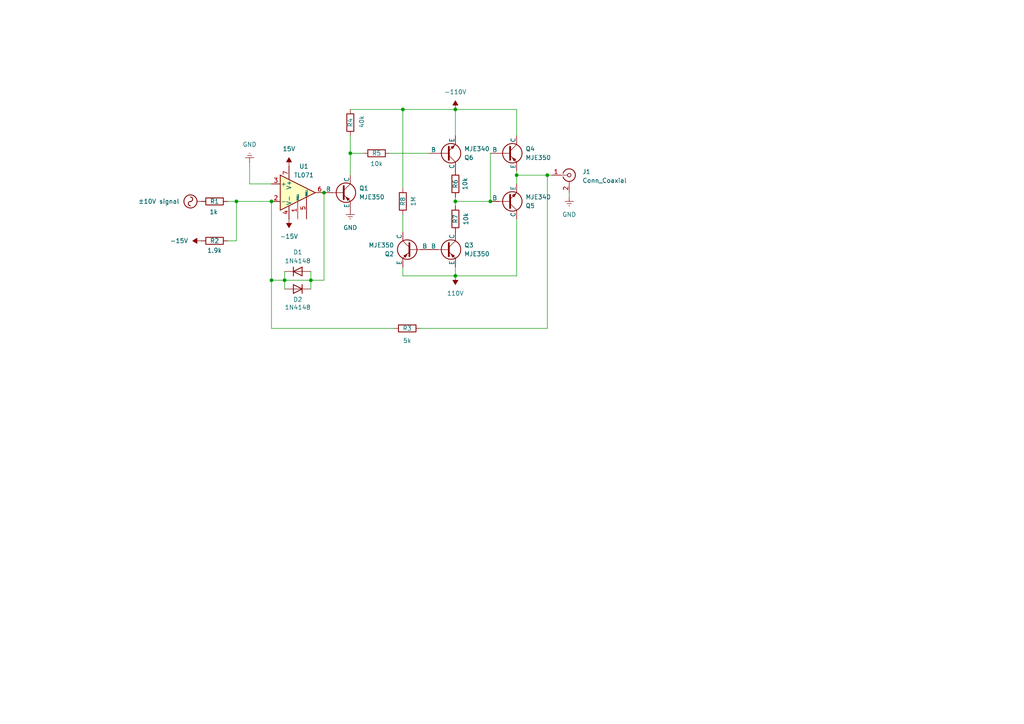
<source format=kicad_sch>
(kicad_sch (version 20231120) (generator "eeschema") (generator_version "8.0")
  (paper "A4")
  (lib_symbols
    (symbol "Amplifier_Operational:TL071" (pin_names (offset 0.127))
      (property "Reference" "U" (at 0 6.35 0))
      (property "Value" "TL071" (at 0 3.81 0))
      (symbol "TL071_0_1"
        (polyline (pts (xy -5.08 5.08) (xy 5.08 0) (xy -5.08 -5.08) (xy -5.08 5.08)) (stroke (width 0.254)) (fill (type background)))
      )
      (symbol "TL071_1_1"
        (pin input line (at 0 -7.62 90) (length 5.08) (name "NULL") (number "1"))
        (pin input line (at -7.62 -2.54 0) (length 2.54) (name "-") (number "2"))
        (pin input line (at -7.62 2.54 0) (length 2.54) (name "+") (number "3"))
        (pin power_in line (at -2.54 -7.62 90) (length 3.81) (name "V-") (number "4"))
        (pin input line (at 2.54 -7.62 90) (length 6.35) (name "NULL") (number "5"))
        (pin output line (at 7.62 0 180) (length 2.54) (name "~") (number "6"))
        (pin power_in line (at -2.54 7.62 270) (length 3.81) (name "V+") (number "7"))
        (pin no_connect line (at 0 2.54 270) (length 2.54) hide (name "NC") (number "8"))
      )
    )
    (symbol "Connector:Conn_Coaxial" (pin_names (offset 1.016) hide)
      (property "Reference" "J" (at 0.254 3.048 0))
      (property "Value" "Conn_Coaxial" (at 2.921 0 90))
      (symbol "Conn_Coaxial_0_1"
        (arc (start -1.778 -0.508) (mid 0.2311 -1.8066) (end 1.778 0) (stroke (width 0.254)))
        (polyline (pts (xy -2.54 0) (xy -0.508 0)))
        (polyline (pts (xy 0 -2.54) (xy 0 -1.778)))
        (circle (center 0 0) (radius 0.508) (stroke (width 0.2032)))
        (arc (start 1.778 0) (mid 0.2099 1.8101) (end -1.778 0.508) (stroke (width 0.254)))
      )
      (symbol "Conn_Coaxial_1_1"
        (pin passive line (at -5.08 0 0) (length 2.54) (name "In") (number "1"))
        (pin passive line (at 0 -5.08 90) (length 2.54) (name "Ext") (number "2"))
      )
    )
    (symbol "Device:R" (pin_numbers hide) (pin_names (offset 0))
      (property "Reference" "R" (at 2.032 0 90))
      (property "Value" "R" (at 0 0 90))
      (symbol "R_0_1"
        (rectangle (start -1.016 -2.54) (end 1.016 2.54) (stroke (width 0.254)))
      )
      (symbol "R_1_1"
        (pin passive line (at 0 3.81 270) (length 1.27) (name "~") (number "1"))
        (pin passive line (at 0 -3.81 90) (length 1.27) (name "~") (number "2"))
      )
    )
    (symbol "Diode:1N4148" (pin_numbers hide) (pin_names hide)
      (property "Reference" "D" (at 0 2.54 0))
      (property "Value" "1N4148" (at 0 -2.54 0))
      (symbol "1N4148_0_1"
        (polyline (pts (xy -1.27 1.27) (xy -1.27 -1.27)) (stroke (width 0.254)))
        (polyline (pts (xy 1.27 0) (xy -1.27 0)))
        (polyline (pts (xy 1.27 1.27) (xy 1.27 -1.27) (xy -1.27 0) (xy 1.27 1.27)) (stroke (width 0.254)))
      )
      (symbol "1N4148_1_1"
        (pin passive line (at -3.81 0 0) (length 2.54) (name "K") (number "1"))
        (pin passive line (at 3.81 0 180) (length 2.54) (name "A") (number "2"))
      )
    )
    (symbol "Simulation_SPICE:NPN" (pin_numbers hide) (pin_names (offset 0))
      (property "Reference" "Q" (at -2.54 7.62 0))
      (property "Value" "NPN" (at -2.54 5.08 0))
      (symbol "NPN_0_1"
        (polyline (pts (xy -2.54 0) (xy 0.635 0)) (stroke (width 0.1524)))
        (polyline (pts (xy 0.635 0.635) (xy 2.54 2.54)))
        (polyline (pts (xy 2.794 -1.27) (xy 2.794 -1.27)) (stroke (width 0.1524)))
        (polyline (pts (xy 2.794 -1.27) (xy 2.794 -1.27)) (stroke (width 0.1524)))
        (polyline (pts (xy 0.635 -0.635) (xy 2.54 -2.54) (xy 2.54 -2.54)))
        (polyline (pts (xy 0.635 1.905) (xy 0.635 -1.905) (xy 0.635 -1.905)) (stroke (width 0.508)))
        (polyline (pts (xy 1.27 -1.778) (xy 1.778 -1.27) (xy 2.286 -2.286) (xy 1.27 -1.778) (xy 1.27 -1.778)) (fill (type outline)))
        (circle (center 1.27 0) (radius 2.8194) (stroke (width 0.254)))
      )
      (symbol "NPN_1_1"
        (pin open_collector line (at 2.54 5.08 270) (length 2.54) (name "C") (number "1"))
        (pin input line (at -5.08 0 0) (length 2.54) (name "B") (number "2"))
        (pin open_emitter line (at 2.54 -5.08 90) (length 2.54) (name "E") (number "3"))
      )
    )
    (symbol "Simulation_SPICE:PNP" (pin_numbers hide) (pin_names (offset 0))
      (property "Reference" "Q" (at -2.54 7.62 0))
      (property "Value" "PNP" (at -2.54 5.08 0))
      (symbol "PNP_0_1"
        (polyline (pts (xy -2.54 0) (xy 0.635 0)) (stroke (width 0.1524)))
        (polyline (pts (xy 0.635 0.635) (xy 2.54 2.54)))
        (polyline (pts (xy 0.635 -0.635) (xy 2.54 -2.54) (xy 2.54 -2.54)))
        (polyline (pts (xy 0.635 1.905) (xy 0.635 -1.905) (xy 0.635 -1.905)) (stroke (width 0.508)))
        (polyline (pts (xy 2.286 -1.778) (xy 1.778 -2.286) (xy 1.27 -1.27) (xy 2.286 -1.778) (xy 2.286 -1.778)) (fill (type outline)))
        (circle (center 1.27 0) (radius 2.8194) (stroke (width 0.254)))
      )
      (symbol "PNP_1_1"
        (pin open_collector line (at 2.54 5.08 270) (length 2.54) (name "C") (number "1"))
        (pin input line (at -5.08 0 0) (length 2.54) (name "B") (number "2"))
        (pin open_emitter line (at 2.54 -5.08 90) (length 2.54) (name "E") (number "3"))
      )
    )
    (symbol "power:-10V" (power) (pin_numbers hide) (pin_names (offset 0) hide)
      (property "Value" "-10V" (at 0 3.556 0))
      (symbol "-10V_0_0"
        (pin power_in line (at 0 0 90) (length 0) (name "~") (number "1"))
      )
      (symbol "-10V_0_1"
        (polyline (pts (xy 0 0) (xy 0 1.27) (xy 0.762 1.27) (xy 0 2.54) (xy -0.762 1.27) (xy 0 1.27)) (fill (type outline)))
      )
    )
    (symbol "power:-15V" (power) (pin_numbers hide) (pin_names (offset 0) hide)
      (property "Value" "-15V" (at 0 3.556 0))
      (symbol "-15V_0_0"
        (pin power_in line (at 0 0 90) (length 0) (name "~") (number "1"))
      )
      (symbol "-15V_0_1"
        (polyline (pts (xy 0 0) (xy 0 1.27) (xy 0.762 1.27) (xy 0 2.54) (xy -0.762 1.27) (xy 0 1.27)) (fill (type outline)))
      )
    )
    (symbol "power:AC" (power) (pin_numbers hide) (pin_names (offset 0) hide)
      (property "Value" "AC" (at 0 6.35 0))
      (symbol "AC_0_1"
        (polyline (pts (xy 0 0) (xy 0 1.27)))
        (arc (start 0 3.175) (mid -0.635 3.8073) (end -1.27 3.175) (stroke (width 0.254)))
        (arc (start 0 3.175) (mid 0.635 2.5427) (end 1.27 3.175) (stroke (width 0.254)))
        (circle (center 0 3.175) (radius 1.905) (stroke (width 0.254)))
      )
      (symbol "AC_1_1"
        (pin power_in line (at 0 0 90) (length 0) (name "~") (number "1"))
      )
    )
    (symbol "power:Earth" (power) (pin_numbers hide) (pin_names (offset 0) hide)
      (property "Value" "Earth" (at 0 -3.81 0))
      (symbol "Earth_0_1"
        (polyline (pts (xy -0.635 -1.905) (xy 0.635 -1.905)))
        (polyline (pts (xy -0.127 -2.54) (xy 0.127 -2.54)))
        (polyline (pts (xy 0 -1.27) (xy 0 0)))
        (polyline (pts (xy 1.27 -1.27) (xy -1.27 -1.27)))
      )
      (symbol "Earth_1_1"
        (pin power_in line (at 0 0 270) (length 0) (name "~") (number "1"))
      )
    )
  )
  (junction (at 132.08 58.42))
  (junction (at 90.17 81.28))
  (junction (at 158.75 50.8))
  (junction (at 78.74 58.42))
  (junction (at 78.74 81.28))
  (junction (at 82.55 81.28))
  (junction (at 68.58 58.42))
  (junction (at 132.08 80.01))
  (junction (at 101.6 44.45))
  (junction (at 116.84 31.75))
  (junction (at 132.08 31.75))
  (junction (at 149.86 50.8))
  (junction (at 93.98 55.88))
  (junction (at 142.24 58.42))
  (wire (pts (xy 132.08 57.15) (xy 132.08 58.42)))
  (wire (pts (xy 132.08 58.42) (xy 142.24 58.42)))
  (wire (pts (xy 66.04 69.85) (xy 68.58 69.85)))
  (wire (pts (xy 158.75 50.8) (xy 158.75 95.25)))
  (wire (pts (xy 158.75 95.25) (xy 121.92 95.25)))
  (wire (pts (xy 116.84 31.75) (xy 132.08 31.75)))
  (wire (pts (xy 93.98 55.88) (xy 93.98 81.28)))
  (wire (pts (xy 149.86 31.75) (xy 149.86 39.37)))
  (wire (pts (xy 101.6 44.45) (xy 105.41 44.45)))
  (wire (pts (xy 78.74 95.25) (xy 114.3 95.25)))
  (wire (pts (xy 78.74 58.42) (xy 78.74 81.28)))
  (wire (pts (xy 93.98 81.28) (xy 90.17 81.28)))
  (wire (pts (xy 132.08 77.47) (xy 132.08 80.01)))
  (wire (pts (xy 82.55 81.28) (xy 82.55 83.82)))
  (wire (pts (xy 142.24 44.45) (xy 142.24 58.42)))
  (wire (pts (xy 149.86 63.5) (xy 149.86 80.01)))
  (wire (pts (xy 90.17 81.28) (xy 90.17 83.82)))
  (wire (pts (xy 78.74 81.28) (xy 78.74 95.25)))
  (wire (pts (xy 82.55 78.74) (xy 82.55 81.28)))
  (wire (pts (xy 68.58 58.42) (xy 78.74 58.42)))
  (wire (pts (xy 113.03 44.45) (xy 124.46 44.45)))
  (wire (pts (xy 72.39 53.34) (xy 78.74 53.34)))
  (wire (pts (xy 116.84 80.01) (xy 132.08 80.01)))
  (wire (pts (xy 158.75 50.8) (xy 160.02 50.8)))
  (wire (pts (xy 165.1 55.88) (xy 165.1 57.15)))
  (wire (pts (xy 116.84 62.23) (xy 116.84 67.31)))
  (wire (pts (xy 101.6 39.37) (xy 101.6 44.45)))
  (wire (pts (xy 72.39 46.99) (xy 72.39 53.34)))
  (wire (pts (xy 132.08 31.75) (xy 149.86 31.75)))
  (wire (pts (xy 116.84 77.47) (xy 116.84 80.01)))
  (wire (pts (xy 132.08 58.42) (xy 132.08 59.69)))
  (wire (pts (xy 132.08 80.01) (xy 149.86 80.01)))
  (wire (pts (xy 101.6 44.45) (xy 101.6 50.8)))
  (wire (pts (xy 90.17 81.28) (xy 82.55 81.28)))
  (wire (pts (xy 132.08 31.75) (xy 132.08 39.37)))
  (wire (pts (xy 66.04 58.42) (xy 68.58 58.42)))
  (wire (pts (xy 116.84 31.75) (xy 116.84 54.61)))
  (wire (pts (xy 101.6 31.75) (xy 116.84 31.75)))
  (wire (pts (xy 149.86 50.8) (xy 158.75 50.8)))
  (wire (pts (xy 90.17 78.74) (xy 90.17 81.28)))
  (wire (pts (xy 78.74 81.28) (xy 82.55 81.28)))
  (wire (pts (xy 68.58 58.42) (xy 68.58 69.85)))
  (wire (pts (xy 149.86 49.53) (xy 149.86 50.8)))
  (wire (pts (xy 149.86 50.8) (xy 149.86 53.34)))
  (symbol (lib_id "Device:R") (at 116.84 58.42 0) (unit 1)
    (property "Reference" "R8" (at 116.84 58.42 90))
    (property "Value" "1M" (at 119.888 58.42 90))
    (property "Description" "Resistor" (effects (hide yes)))
  )
  (symbol (lib_id "power:-15V") (at 83.82 63.5 180) (unit 1)
    (property "Reference" "#PWR04" (effects (hide yes)))
    (property "Value" "-15V" (at 83.82 68.58 0))
    (property "Description" "Power symbol creates a global label with name \"-15V\"" (effects (hide yes)))
  )
  (symbol (lib_id "Simulation_SPICE:NPN") (at 129.54 44.45 0) (mirror x) (unit 1)
    (property "Reference" "Q6" (at 134.62 45.7201 0) (effects (justify left)))
    (property "Value" "MJE340" (at 134.62 43.1801 0) (effects (justify left)))
    (property "Datasheet" "https://ngspice.sourceforge.io/docs/ngspice-html-manual/manual.xhtml#cha_BJTs" (effects (hide yes)))
    (property "Description" "Bipolar transistor symbol for simulation only, substrate tied to the emitter" (effects (hide yes)))
    (property "Sim.Device" "NPN" (effects (hide yes)))
    (property "Sim.Type" "GUMMELPOON" (effects (hide yes)))
    (property "Sim.Pins" "1=C 2=B 3=E" (effects (hide yes)))
  )
  (symbol (lib_id "Device:R") (at 62.23 58.42 90) (unit 1)
    (property "Reference" "R1" (at 62.23 58.42 90))
    (property "Value" "1k" (at 61.976 61.468 90))
    (property "Description" "Resistor" (effects (hide yes)))
  )
  (symbol (lib_id "power:-15V") (at 58.42 69.85 90) (unit 1)
    (property "Reference" "#PWR03" (effects (hide yes)))
    (property "Value" "-15V" (at 54.61 69.8499 90) (effects (justify left)))
    (property "Description" "Power symbol creates a global label with name \"-15V\"" (effects (hide yes)))
  )
  (symbol (lib_id "Diode:1N4148") (at 86.36 78.74 0) (unit 1)
    (property "Reference" "D1" (at 86.36 73.152 0))
    (property "Value" "1N4148" (at 86.36 75.692 0))
    (property "Footprint" "Diode_THT:D_DO-35_SOD27_P7.62mm_Horizontal" (effects (hide yes)))
    (property "Datasheet" "https://assets.nexperia.com/documents/data-sheet/1N4148_1N4448.pdf" (effects (hide yes)))
    (property "Description" "100V 0.15A standard switching diode, DO-35" (effects (hide yes)))
    (property "Sim.Device" "D" (effects (hide yes)))
    (property "Sim.Pins" "1=K 2=A" (effects (hide yes)))
  )
  (symbol (lib_id "Simulation_SPICE:NPN") (at 147.32 58.42 0) (mirror x) (unit 1)
    (property "Reference" "Q5" (at 152.4 59.6901 0) (effects (justify left)))
    (property "Value" "MJE340" (at 152.4 57.1501 0) (effects (justify left)))
    (property "Datasheet" "https://ngspice.sourceforge.io/docs/ngspice-html-manual/manual.xhtml#cha_BJTs" (effects (hide yes)))
    (property "Description" "Bipolar transistor symbol for simulation only, substrate tied to the emitter" (effects (hide yes)))
    (property "Sim.Device" "NPN" (effects (hide yes)))
    (property "Sim.Type" "GUMMELPOON" (effects (hide yes)))
    (property "Sim.Pins" "1=C 2=B 3=E" (effects (hide yes)))
  )
  (symbol (lib_id "power:Earth") (at 101.6 60.96 0) (unit 1)
    (property "Reference" "#PWR07" (effects (hide yes)))
    (property "Value" "GND" (at 101.6 66.04 0))
    (property "Description" "Power symbol creates a global label with name \"Earth\"" (effects (hide yes)))
  )
  (symbol (lib_id "Device:R") (at 62.23 69.85 270) (unit 1)
    (property "Reference" "R2" (at 62.23 69.85 90))
    (property "Value" "1.9k" (at 62.23 72.644 90))
    (property "Description" "Resistor" (effects (hide yes)))
  )
  (symbol (lib_id "Diode:1N4148") (at 86.36 83.82 180) (unit 1)
    (property "Reference" "D2" (at 86.36 86.868 0))
    (property "Value" "1N4148" (at 86.36 89.154 0))
    (property "Footprint" "Diode_THT:D_DO-35_SOD27_P7.62mm_Horizontal" (effects (hide yes)))
    (property "Datasheet" "https://assets.nexperia.com/documents/data-sheet/1N4148_1N4448.pdf" (effects (hide yes)))
    (property "Description" "100V 0.15A standard switching diode, DO-35" (effects (hide yes)))
    (property "Sim.Device" "D" (effects (hide yes)))
    (property "Sim.Pins" "1=K 2=A" (effects (hide yes)))
  )
  (symbol (lib_id "Device:R") (at 132.08 53.34 180) (unit 1)
    (property "Reference" "R6" (at 132.08 53.34 90))
    (property "Value" "10k" (at 134.874 53.34 90))
    (property "Description" "Resistor" (effects (hide yes)))
  )
  (symbol (lib_id "Device:R") (at 109.22 44.45 270) (unit 1)
    (property "Reference" "R5" (at 109.22 44.45 90))
    (property "Value" "10k" (at 109.22 47.498 90))
    (property "Description" "Resistor" (effects (hide yes)))
  )
  (symbol (lib_id "Device:R") (at 118.11 95.25 90) (unit 1)
    (property "Reference" "R3" (at 118.11 95.25 90))
    (property "Value" "5k" (at 118.11 98.806 90))
    (property "Description" "Resistor" (effects (hide yes)))
  )
  (symbol (lib_id "Amplifier_Operational:TL071") (at 86.36 55.88 0) (unit 1)
    (property "Reference" "U1" (at 88.138 48.26 0))
    (property "Value" "TL071" (at 88.138 50.8 0))
    (property "Datasheet" "http://www.ti.com/lit/ds/symlink/tl071.pdf" (effects (hide yes)))
    (property "Description" "Single Low-Noise JFET-Input Operational Amplifiers, DIP-8/SOIC-8" (effects (hide yes)))
  )
  (symbol (lib_id "Device:R") (at 132.08 63.5 0) (unit 1)
    (property "Reference" "R7" (at 132.08 63.5 90))
    (property "Value" "10k" (at 135.128 63.5 90))
    (property "Description" "Resistor" (effects (hide yes)))
  )
  (symbol (lib_id "Simulation_SPICE:PNP") (at 129.54 72.39 0) (unit 1)
    (property "Reference" "Q3" (at 134.62 71.1199 0) (effects (justify left)))
    (property "Value" "MJE350" (at 134.62 73.6599 0) (effects (justify left)))
    (property "Datasheet" "https://ngspice.sourceforge.io/docs/ngspice-html-manual/manual.xhtml#cha_BJTs" (effects (hide yes)))
    (property "Description" "Bipolar transistor symbol for simulation only, substrate tied to the emitter" (effects (hide yes)))
    (property "Sim.Device" "PNP" (effects (hide yes)))
    (property "Sim.Type" "GUMMELPOON" (effects (hide yes)))
    (property "Sim.Pins" "1=C 2=B 3=E" (effects (hide yes)))
  )
  (symbol (lib_id "Device:R") (at 101.6 35.56 0) (unit 1)
    (property "Reference" "R4" (at 101.6 35.56 90))
    (property "Value" "40k" (at 104.902 35.306 90))
    (property "Description" "Resistor" (effects (hide yes)))
  )
  (symbol (lib_id "power:AC") (at 58.42 58.42 90) (unit 1)
    (property "Reference" "#PWR06" (effects (hide yes)))
    (property "Value" "±10V signal" (at 52.07 58.4199 90) (effects (justify left)))
    (property "Description" "Power symbol creates a global label with name \"AC\"" (effects (hide yes)))
  )
  (symbol (lib_id "power:-10V") (at 132.08 80.01 180) (unit 1)
    (property "Reference" "#PWR09" (effects (hide yes)))
    (property "Value" "110V" (at 132.08 85.09 0))
    (property "Description" "Power symbol creates a global label with name \"-10V\"" (effects (hide yes)))
  )
  (symbol (lib_id "Simulation_SPICE:PNP") (at 119.38 72.39 0) (mirror y) (unit 1)
    (property "Reference" "Q2" (at 114.3 73.6601 0) (effects (justify left)))
    (property "Value" "MJE350" (at 114.3 71.1201 0) (effects (justify left)))
    (property "Datasheet" "https://ngspice.sourceforge.io/docs/ngspice-html-manual/manual.xhtml#cha_BJTs" (effects (hide yes)))
    (property "Description" "Bipolar transistor symbol for simulation only, substrate tied to the emitter" (effects (hide yes)))
    (property "Sim.Device" "PNP" (effects (hide yes)))
    (property "Sim.Type" "GUMMELPOON" (effects (hide yes)))
    (property "Sim.Pins" "1=C 2=B 3=E" (effects (hide yes)))
  )
  (symbol (lib_id "power:Earth") (at 165.1 57.15 0) (unit 1)
    (property "Reference" "#PWR01" (effects (hide yes)))
    (property "Value" "GND" (at 165.1 62.23 0))
    (property "Description" "Power symbol creates a global label with name \"Earth\"" (effects (hide yes)))
  )
  (symbol (lib_id "Simulation_SPICE:PNP") (at 99.06 55.88 0) (unit 1)
    (property "Reference" "Q1" (at 104.14 54.6099 0) (effects (justify left)))
    (property "Value" "MJE350" (at 104.14 57.1499 0) (effects (justify left)))
    (property "Datasheet" "https://ngspice.sourceforge.io/docs/ngspice-html-manual/manual.xhtml#cha_BJTs" (effects (hide yes)))
    (property "Description" "Bipolar transistor symbol for simulation only, substrate tied to the emitter" (effects (hide yes)))
    (property "Sim.Device" "PNP" (effects (hide yes)))
    (property "Sim.Type" "GUMMELPOON" (effects (hide yes)))
    (property "Sim.Pins" "1=C 2=B 3=E" (effects (hide yes)))
  )
  (symbol (lib_id "power:-15V") (at 83.82 48.26 0) (unit 1)
    (property "Reference" "#PWR05" (effects (hide yes)))
    (property "Value" "15V" (at 83.82 43.18 0))
    (property "Description" "Power symbol creates a global label with name \"-15V\"" (effects (hide yes)))
  )
  (symbol (lib_id "power:Earth") (at 72.39 46.99 180) (unit 1)
    (property "Reference" "#PWR02" (effects (hide yes)))
    (property "Value" "GND" (at 72.39 41.91 0))
    (property "Description" "Power symbol creates a global label with name \"Earth\"" (effects (hide yes)))
  )
  (symbol (lib_id "Simulation_SPICE:PNP") (at 147.32 44.45 0) (unit 1)
    (property "Reference" "Q4" (at 152.4 43.1799 0) (effects (justify left)))
    (property "Value" "MJE350" (at 152.4 45.7199 0) (effects (justify left)))
    (property "Datasheet" "https://ngspice.sourceforge.io/docs/ngspice-html-manual/manual.xhtml#cha_BJTs" (effects (hide yes)))
    (property "Description" "Bipolar transistor symbol for simulation only, substrate tied to the emitter" (effects (hide yes)))
    (property "Sim.Device" "PNP" (effects (hide yes)))
    (property "Sim.Type" "GUMMELPOON" (effects (hide yes)))
    (property "Sim.Pins" "1=C 2=B 3=E" (effects (hide yes)))
  )
  (symbol (lib_id "Connector:Conn_Coaxial") (at 165.1 50.8 0) (unit 1)
    (property "Reference" "J1" (at 168.91 49.8231 0) (effects (justify left)))
    (property "Value" "Conn_Coaxial" (at 168.91 52.3631 0) (effects (justify left)))
    (property "Datasheet" " ~" (effects (hide yes)))
    (property "Description" "coaxial connector (BNC, SMA, SMB, SMC, Cinch/RCA, LEMO, ...)" (effects (hide yes)))
  )
  (symbol (lib_id "power:-10V") (at 132.08 31.75 0) (unit 1)
    (property "Reference" "#PWR08" (effects (hide yes)))
    (property "Value" "-110V" (at 132.08 26.67 0))
    (property "Description" "Power symbol creates a global label with name \"-10V\"" (effects (hide yes)))
  )
)
</source>
